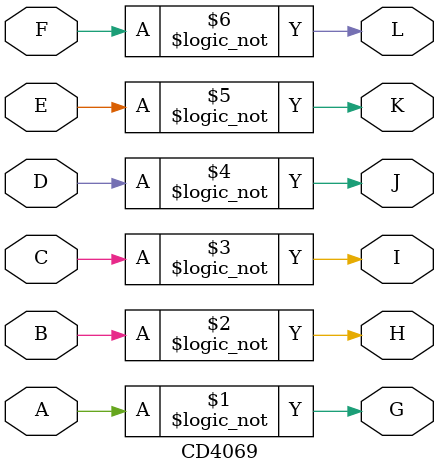
<source format=v>
module CD4069(
    input A, B, C, D, E, F,
    output G, H, I, J, K, L
    );
    
    assign G = !A;
    assign H = !B;
    assign I = !C;
    assign J = !D;
    assign K = !E;
    assign L = !F;
    
endmodule

</source>
